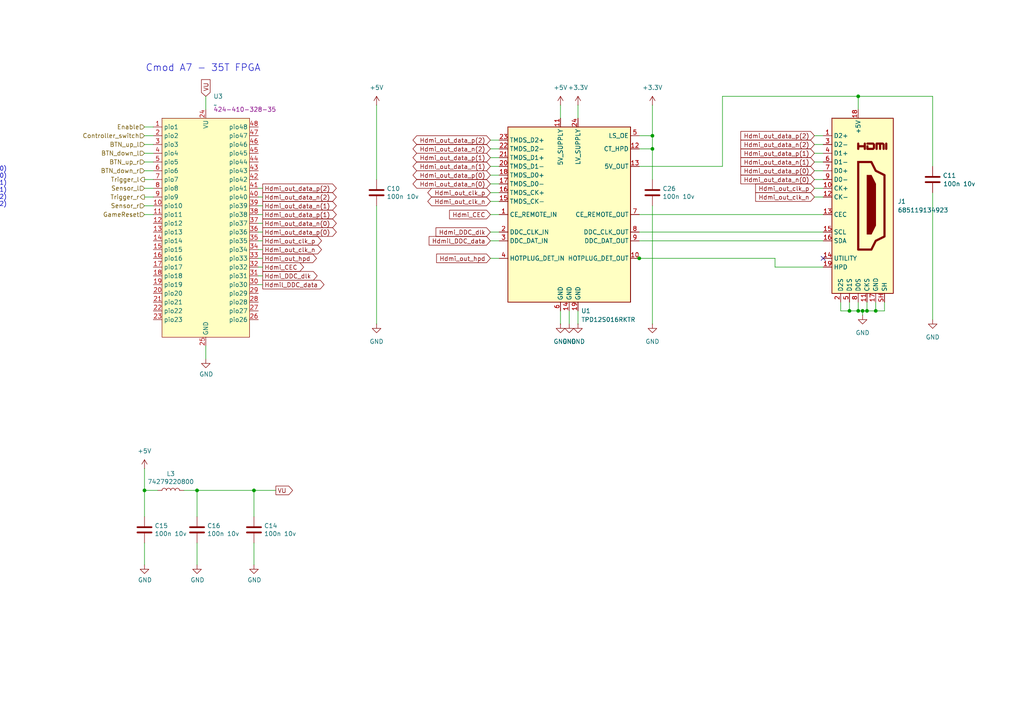
<source format=kicad_sch>
(kicad_sch (version 20231120) (generator "eeschema") (generator_version "8.0")
  (paper "A4")
  (lib_symbols
    (symbol "Connector:HDMI_A"
      (property "Reference" "J" (at -6.35 26.67 0))
      (property "Value" "HDMI_A" (at 10.16 26.67 0))
      (symbol "HDMI_A_0_0"
        (polyline (pts (xy 8.128 16.51) (xy 8.128 18.034)) (stroke (width 0.635)))
        (polyline (pts (xy 0 16.51) (xy 0 18.034) (xy 0 17.272) (xy 1.905 17.272) (xy 1.905 18.034) (xy 1.905 16.51)) (stroke (width 0.635)))
        (polyline (pts (xy 2.667 18.034) (xy 4.318 18.034) (xy 4.572 17.78) (xy 4.572 16.764) (xy 4.318 16.51) (xy 2.667 16.51) (xy 2.667 17.272)) (stroke (width 0.635)))
      )
      (symbol "HDMI_A_0_1"
        (rectangle (start -7.62 25.4) (end 10.16 -25.4) (stroke (width 0.254)) (fill (type background)))
        (polyline (pts (xy 2.54 8.89) (xy 3.81 8.89) (xy 5.08 6.35) (xy 5.08 -5.715) (xy 3.81 -8.255) (xy 2.54 -8.255) (xy 2.54 8.89)) (fill (type outline)))
        (polyline (pts (xy 5.334 16.51) (xy 5.334 18.034) (xy 6.35 18.034) (xy 6.35 16.51) (xy 6.35 18.034) (xy 7.112 18.034) (xy 7.366 17.78) (xy 7.366 16.51)) (stroke (width 0.635)))
        (polyline (pts (xy 0 12.7) (xy 0 -12.7) (xy 3.81 -12.7) (xy 5.08 -10.16) (xy 7.62 -8.89) (xy 7.62 8.89) (xy 5.08 10.16) (xy 3.81 12.7) (xy 0 12.7)) (stroke (width 0.635)))
      )
      (symbol "HDMI_A_1_1"
        (pin passive line (at -10.16 20.32 0) (length 2.54) (name "D2+") (number "1"))
        (pin passive line (at -10.16 5.08 0) (length 2.54) (name "CK+") (number "10"))
        (pin power_in line (at 2.54 -27.94 90) (length 2.54) (name "CKS") (number "11"))
        (pin passive line (at -10.16 2.54 0) (length 2.54) (name "CK-") (number "12"))
        (pin bidirectional line (at -10.16 -2.54 0) (length 2.54) (name "CEC") (number "13"))
        (pin passive line (at -10.16 -15.24 0) (length 2.54) (name "UTILITY") (number "14"))
        (pin passive line (at -10.16 -7.62 0) (length 2.54) (name "SCL") (number "15"))
        (pin bidirectional line (at -10.16 -10.16 0) (length 2.54) (name "SDA") (number "16"))
        (pin power_in line (at 5.08 -27.94 90) (length 2.54) (name "GND") (number "17"))
        (pin power_in line (at 0 27.94 270) (length 2.54) (name "+5V") (number "18"))
        (pin passive line (at -10.16 -17.78 0) (length 2.54) (name "HPD") (number "19"))
        (pin power_in line (at -5.08 -27.94 90) (length 2.54) (name "D2S") (number "2"))
        (pin passive line (at -10.16 17.78 0) (length 2.54) (name "D2-") (number "3"))
        (pin passive line (at -10.16 15.24 0) (length 2.54) (name "D1+") (number "4"))
        (pin power_in line (at -2.54 -27.94 90) (length 2.54) (name "D1S") (number "5"))
        (pin passive line (at -10.16 12.7 0) (length 2.54) (name "D1-") (number "6"))
        (pin passive line (at -10.16 10.16 0) (length 2.54) (name "D0+") (number "7"))
        (pin power_in line (at 0 -27.94 90) (length 2.54) (name "D0S") (number "8"))
        (pin passive line (at -10.16 7.62 0) (length 2.54) (name "D0-") (number "9"))
        (pin passive line (at 7.62 -27.94 90) (length 2.54) (name "SH") (number "SH"))
      )
    )
    (symbol "Device:C" (pin_numbers hide) (pin_names (offset 0.254))
      (property "Reference" "C" (at 0.635 2.54 0))
      (property "Value" "C" (at 0.635 -2.54 0))
      (symbol "C_0_1"
        (polyline (pts (xy -2.032 -0.762) (xy 2.032 -0.762)) (stroke (width 0.508)))
        (polyline (pts (xy -2.032 0.762) (xy 2.032 0.762)) (stroke (width 0.508)))
      )
      (symbol "C_1_1"
        (pin passive line (at 0 3.81 270) (length 2.794) (name "~") (number "1"))
        (pin passive line (at 0 -3.81 90) (length 2.794) (name "~") (number "2"))
      )
    )
    (symbol "Device:L" (pin_numbers hide) (pin_names (offset 1.016) hide)
      (property "Reference" "L" (at -1.27 0 90))
      (property "Value" "L" (at 1.905 0 90))
      (symbol "L_0_1"
        (arc (start 0 -2.54) (mid 0.6323 -1.905) (end 0 -1.27))
        (arc (start 0 -1.27) (mid 0.6323 -0.635) (end 0 0))
        (arc (start 0 0) (mid 0.6323 0.635) (end 0 1.27))
        (arc (start 0 1.27) (mid 0.6323 1.905) (end 0 2.54))
      )
      (symbol "L_1_1"
        (pin passive line (at 0 3.81 270) (length 1.27) (name "1") (number "1"))
        (pin passive line (at 0 -3.81 90) (length 1.27) (name "2") (number "2"))
      )
    )
    (symbol "GND_1" (power) (pin_numbers hide) (pin_names (offset 0) hide)
      (property "Value" "GND" (at 0 -3.81 0))
      (symbol "GND_1_0_1"
        (polyline (pts (xy 0 0) (xy 0 -1.27) (xy 1.27 -1.27) (xy 0 -2.54) (xy -1.27 -1.27) (xy 0 -1.27)))
      )
      (symbol "GND_1_1_1"
        (pin power_in line (at 0 0 270) (length 0) (name "~") (number "1"))
      )
    )
    (symbol "Library:CmodA7"
      (property "Reference" "U" (at 1.778 27.178 0))
      (property "Mouser" "424-410-328-35" (at 0 0 0))
      (symbol "CmodA7_1_1"
        (rectangle (start -12.7 25.4) (end 12.7 -38.1) (fill (type background)))
        (pin bidirectional line (at -15.24 22.86 0) (length 2.54) (name "pio1") (number "1"))
        (pin bidirectional line (at -15.24 0 0) (length 2.54) (name "pio10") (number "10"))
        (pin bidirectional line (at -15.24 -2.54 0) (length 2.54) (name "pio11") (number "11"))
        (pin bidirectional line (at -15.24 -5.08 0) (length 2.54) (name "pio12") (number "12"))
        (pin bidirectional line (at -15.24 -7.62 0) (length 2.54) (name "pio13") (number "13"))
        (pin bidirectional line (at -15.24 -10.16 0) (length 2.54) (name "pio14") (number "14"))
        (pin bidirectional line (at -15.24 -12.7 0) (length 2.54) (name "pio15") (number "15"))
        (pin bidirectional line (at -15.24 -15.24 0) (length 2.54) (name "pio16") (number "16"))
        (pin bidirectional line (at -15.24 -17.78 0) (length 2.54) (name "pio17") (number "17"))
        (pin bidirectional line (at -15.24 -20.32 0) (length 2.54) (name "pio18") (number "18"))
        (pin bidirectional line (at -15.24 -22.86 0) (length 2.54) (name "pio19") (number "19"))
        (pin bidirectional line (at -15.24 20.32 0) (length 2.54) (name "pio2") (number "2"))
        (pin bidirectional line (at -15.24 -25.4 0) (length 2.54) (name "pio20") (number "20"))
        (pin bidirectional line (at -15.24 -27.94 0) (length 2.54) (name "pio21") (number "21"))
        (pin bidirectional line (at -15.24 -30.48 0) (length 2.54) (name "pio22") (number "22"))
        (pin bidirectional line (at -15.24 -33.02 0) (length 2.54) (name "pio23") (number "23"))
        (pin power_in line (at 0 27.94 270) (length 2.54) (name "VU") (number "24"))
        (pin power_in line (at 0 -40.64 90) (length 2.54) (name "GND") (number "25"))
        (pin bidirectional line (at 15.24 -33.02 180) (length 2.54) (name "pio26") (number "26"))
        (pin bidirectional line (at 15.24 -30.48 180) (length 2.54) (name "pio27") (number "27"))
        (pin bidirectional line (at 15.24 -27.94 180) (length 2.54) (name "pio28") (number "28"))
        (pin bidirectional line (at 15.24 -25.4 180) (length 2.54) (name "pio29") (number "29"))
        (pin bidirectional line (at -15.24 17.78 0) (length 2.54) (name "pio3") (number "3"))
        (pin bidirectional line (at 15.24 -22.86 180) (length 2.54) (name "pio30") (number "30"))
        (pin bidirectional line (at 15.24 -20.32 180) (length 2.54) (name "pio31") (number "31"))
        (pin bidirectional line (at 15.24 -17.78 180) (length 2.54) (name "pio32") (number "32"))
        (pin bidirectional line (at 15.24 -15.24 180) (length 2.54) (name "pio33") (number "33"))
        (pin bidirectional line (at 15.24 -12.7 180) (length 2.54) (name "pio34") (number "34"))
        (pin bidirectional line (at 15.24 -10.16 180) (length 2.54) (name "pio35") (number "35"))
        (pin bidirectional line (at 15.24 -7.62 180) (length 2.54) (name "pio36") (number "36"))
        (pin bidirectional line (at 15.24 -5.08 180) (length 2.54) (name "pio37") (number "37"))
        (pin bidirectional line (at 15.24 -2.54 180) (length 2.54) (name "pio38") (number "38"))
        (pin bidirectional line (at 15.24 0 180) (length 2.54) (name "pio39") (number "39"))
        (pin bidirectional line (at -15.24 15.24 0) (length 2.54) (name "pio4") (number "4"))
        (pin bidirectional line (at 15.24 2.54 180) (length 2.54) (name "pio40") (number "40"))
        (pin bidirectional line (at 15.24 5.08 180) (length 2.54) (name "pio41") (number "41"))
        (pin bidirectional line (at 15.24 7.62 180) (length 2.54) (name "pio42") (number "42"))
        (pin bidirectional line (at 15.24 10.16 180) (length 2.54) (name "pio43") (number "43"))
        (pin bidirectional line (at 15.24 12.7 180) (length 2.54) (name "pio44") (number "44"))
        (pin bidirectional line (at 15.24 15.24 180) (length 2.54) (name "pio45") (number "45"))
        (pin bidirectional line (at 15.24 17.78 180) (length 2.54) (name "pio46") (number "46"))
        (pin bidirectional line (at 15.24 20.32 180) (length 2.54) (name "pio47") (number "47"))
        (pin bidirectional line (at 15.24 22.86 180) (length 2.54) (name "pio48") (number "48"))
        (pin bidirectional line (at -15.24 12.7 0) (length 2.54) (name "pio5") (number "5"))
        (pin bidirectional line (at -15.24 10.16 0) (length 2.54) (name "pio6") (number "6"))
        (pin bidirectional line (at -15.24 7.62 0) (length 2.54) (name "pio7") (number "7"))
        (pin bidirectional line (at -15.24 5.08 0) (length 2.54) (name "pio8") (number "8"))
        (pin bidirectional line (at -15.24 2.54 0) (length 2.54) (name "pio9") (number "9"))
      )
    )
    (symbol "MyLib:TPD12S016"
      (property "Reference" "U" (at 7.62 31.496 0))
      (property "Value" "TPD12S016RKTR " (at 7.62 31.496 0))
      (symbol "TPD12S016_0_1"
        (rectangle (start -16.51 24.13) (end 19.05 -26.67) (stroke (width 0.254)) (fill (type background)))
      )
      (symbol "TPD12S016_1_1"
        (pin bidirectional line (at -19.05 -1.27 0) (length 2.54) (name "CE_REMOTE_IN") (number "1"))
        (pin bidirectional line (at 21.59 -13.97 180) (length 2.54) (name "HOTPLUG_DET_OUT") (number "10"))
        (pin power_in line (at -1.27 26.67 270) (length 2.54) (name "5V_SUPPLY") (number "11"))
        (pin passive line (at 21.59 17.78 180) (length 2.54) (name "CT_HPD") (number "12"))
        (pin power_in line (at 21.59 12.7 180) (length 2.54) (name "5V_OUT") (number "13"))
        (pin passive line (at 1.27 -29.21 90) (length 2.54) (name "GND") (number "14"))
        (pin passive line (at -19.05 2.54 0) (length 2.54) (name "TMDS_CK-") (number "15"))
        (pin passive line (at -19.05 5.08 0) (length 2.54) (name "TMDS_CK+") (number "16"))
        (pin passive line (at -19.05 7.62 0) (length 2.54) (name "TMDS_D0-") (number "17"))
        (pin passive line (at -19.05 10.16 0) (length 2.54) (name "TMDS_D0+") (number "18"))
        (pin passive line (at 3.81 -29.21 90) (length 2.54) (name "GND") (number "19"))
        (pin bidirectional line (at -19.05 -6.35 0) (length 2.54) (name "DDC_CLK_IN") (number "2"))
        (pin passive line (at -19.05 12.7 0) (length 2.54) (name "TMDS_D1-") (number "20"))
        (pin passive line (at -19.05 15.24 0) (length 2.54) (name "TMDS_D1+") (number "21"))
        (pin passive line (at -19.05 17.78 0) (length 2.54) (name "TMDS_D2-") (number "22"))
        (pin passive line (at -19.05 20.32 0) (length 2.54) (name "TMDS_D2+") (number "23"))
        (pin power_in line (at 3.81 26.67 270) (length 2.54) (name "LV_SUPPLY") (number "24"))
        (pin bidirectional line (at -19.05 -8.89 0) (length 2.54) (name "DDC_DAT_IN") (number "3"))
        (pin bidirectional line (at -19.05 -13.97 0) (length 2.54) (name "HOTPLUG_DET_IN") (number "4"))
        (pin passive line (at 21.59 21.59 180) (length 2.54) (name "LS_OE") (number "5"))
        (pin passive line (at -1.27 -29.21 90) (length 2.54) (name "GND") (number "6"))
        (pin bidirectional line (at 21.59 -1.27 180) (length 2.54) (name "CE_REMOTE_OUT") (number "7"))
        (pin bidirectional line (at 21.59 -6.35 180) (length 2.54) (name "DDC_CLK_OUT") (number "8"))
        (pin bidirectional line (at 21.59 -8.89 180) (length 2.54) (name "DDC_DAT_OUT") (number "9"))
      )
    )
    (symbol "power:+3.3V" (power) (pin_numbers hide) (pin_names (offset 0) hide)
      (property "Value" "+3.3V" (at 0 3.556 0))
      (symbol "+3.3V_0_1"
        (polyline (pts (xy -0.762 1.27) (xy 0 2.54)))
        (polyline (pts (xy 0 0) (xy 0 2.54)))
        (polyline (pts (xy 0 2.54) (xy 0.762 1.27)))
      )
      (symbol "+3.3V_1_1"
        (pin power_in line (at 0 0 90) (length 0) (name "~") (number "1"))
      )
    )
    (symbol "power:+5V" (power) (pin_numbers hide) (pin_names (offset 0) hide)
      (property "Value" "+5V" (at 0 3.556 0))
      (symbol "+5V_0_1"
        (polyline (pts (xy -0.762 1.27) (xy 0 2.54)))
        (polyline (pts (xy 0 0) (xy 0 2.54)))
        (polyline (pts (xy 0 2.54) (xy 0.762 1.27)))
      )
      (symbol "+5V_1_1"
        (pin power_in line (at 0 0 90) (length 0) (name "~") (number "1"))
      )
    )
    (symbol "power:GND" (power) (pin_names (offset 0))
      (property "Value" "GND" (at 0 -3.81 0))
      (symbol "GND_0_1"
        (polyline (pts (xy 0 0) (xy 0 -1.27) (xy 1.27 -1.27) (xy 0 -2.54) (xy -1.27 -1.27) (xy 0 -1.27)))
      )
      (symbol "GND_1_1"
        (pin power_in line (at 0 0 270) (length 0) hide (name "GND") (number "1"))
      )
    )
  )
  (junction (at 73.66 142.24))
  (junction (at 189.23 43.18))
  (junction (at 254 90.17))
  (junction (at 246.38 90.17))
  (junction (at 248.92 90.17))
  (junction (at 248.92 27.94))
  (junction (at 185.42 74.93))
  (junction (at 57.15 142.24))
  (junction (at 251.46 90.17))
  (junction (at 189.23 39.37))
  (junction (at 41.91 142.24))
  (junction (at 250.19 90.17))
  (no_connect (at 238.76 74.93))
  (wire (pts (xy 256.54 90.17) (xy 256.54 87.63)))
  (wire (pts (xy 254 90.17) (xy 256.54 90.17)))
  (wire (pts (xy 57.15 142.24) (xy 57.15 149.86)))
  (wire (pts (xy 142.24 43.18) (xy 144.78 43.18)))
  (wire (pts (xy 41.91 135.89) (xy 41.91 142.24)))
  (wire (pts (xy 165.1 90.17) (xy 165.1 93.98)))
  (wire (pts (xy 189.23 43.18) (xy 189.23 52.07)))
  (wire (pts (xy 236.22 41.91) (xy 238.76 41.91)))
  (wire (pts (xy 185.42 48.26) (xy 209.55 48.26)))
  (wire (pts (xy 73.66 163.83) (xy 73.66 157.48)))
  (wire (pts (xy 73.66 142.24) (xy 80.01 142.24)))
  (wire (pts (xy 243.84 87.63) (xy 243.84 90.17)))
  (wire (pts (xy 209.55 27.94) (xy 248.92 27.94)))
  (wire (pts (xy 59.69 27.94) (xy 59.69 31.75)))
  (wire (pts (xy 185.42 74.93) (xy 224.79 74.93)))
  (wire (pts (xy 248.92 27.94) (xy 248.92 31.75)))
  (wire (pts (xy 41.91 54.61) (xy 44.45 54.61)))
  (wire (pts (xy 142.24 58.42) (xy 144.78 58.42)))
  (wire (pts (xy 142.24 74.93) (xy 144.78 74.93)))
  (wire (pts (xy 236.22 46.99) (xy 238.76 46.99)))
  (wire (pts (xy 74.93 82.55) (xy 76.2 82.55)))
  (wire (pts (xy 41.91 49.53) (xy 44.45 49.53)))
  (wire (pts (xy 236.22 49.53) (xy 238.76 49.53)))
  (wire (pts (xy 76.2 62.23) (xy 74.93 62.23)))
  (wire (pts (xy 167.64 90.17) (xy 167.64 93.98)))
  (wire (pts (xy 76.2 74.93) (xy 74.93 74.93)))
  (wire (pts (xy 57.15 142.24) (xy 53.34 142.24)))
  (wire (pts (xy 246.38 90.17) (xy 248.92 90.17)))
  (wire (pts (xy 224.79 74.93) (xy 224.79 77.47)))
  (wire (pts (xy 41.91 142.24) (xy 45.72 142.24)))
  (wire (pts (xy 73.66 142.24) (xy 73.66 149.86)))
  (wire (pts (xy 142.24 50.8) (xy 144.78 50.8)))
  (wire (pts (xy 142.24 40.64) (xy 144.78 40.64)))
  (wire (pts (xy 142.24 69.85) (xy 144.78 69.85)))
  (wire (pts (xy 236.22 52.07) (xy 238.76 52.07)))
  (wire (pts (xy 236.22 44.45) (xy 238.76 44.45)))
  (wire (pts (xy 184.15 74.93) (xy 185.42 74.93)))
  (wire (pts (xy 248.92 27.94) (xy 270.51 27.94)))
  (wire (pts (xy 76.2 57.15) (xy 74.93 57.15)))
  (wire (pts (xy 209.55 48.26) (xy 209.55 27.94)))
  (wire (pts (xy 76.2 72.39) (xy 74.93 72.39)))
  (wire (pts (xy 251.46 87.63) (xy 251.46 90.17)))
  (wire (pts (xy 246.38 87.63) (xy 246.38 90.17)))
  (wire (pts (xy 162.56 30.48) (xy 162.56 34.29)))
  (wire (pts (xy 142.24 45.72) (xy 144.78 45.72)))
  (wire (pts (xy 142.24 53.34) (xy 144.78 53.34)))
  (wire (pts (xy 270.51 55.88) (xy 270.51 92.71)))
  (wire (pts (xy 189.23 59.69) (xy 189.23 93.98)))
  (wire (pts (xy 185.42 43.18) (xy 189.23 43.18)))
  (wire (pts (xy 109.22 59.69) (xy 109.22 93.98)))
  (wire (pts (xy 185.42 67.31) (xy 238.76 67.31)))
  (wire (pts (xy 57.15 142.24) (xy 73.66 142.24)))
  (wire (pts (xy 251.46 90.17) (xy 254 90.17)))
  (wire (pts (xy 41.91 59.69) (xy 44.45 59.69)))
  (wire (pts (xy 41.91 46.99) (xy 44.45 46.99)))
  (wire (pts (xy 41.91 41.91) (xy 44.45 41.91)))
  (wire (pts (xy 254 87.63) (xy 254 90.17)))
  (wire (pts (xy 41.91 36.83) (xy 44.45 36.83)))
  (wire (pts (xy 76.2 69.85) (xy 74.93 69.85)))
  (wire (pts (xy 76.2 67.31) (xy 74.93 67.31)))
  (wire (pts (xy 76.2 59.69) (xy 74.93 59.69)))
  (wire (pts (xy 248.92 87.63) (xy 248.92 90.17)))
  (wire (pts (xy 41.91 44.45) (xy 44.45 44.45)))
  (wire (pts (xy 41.91 57.15) (xy 44.45 57.15)))
  (wire (pts (xy 142.24 62.23) (xy 144.78 62.23)))
  (wire (pts (xy 185.42 39.37) (xy 189.23 39.37)))
  (wire (pts (xy 76.2 54.61) (xy 74.93 54.61)))
  (wire (pts (xy 243.84 90.17) (xy 246.38 90.17)))
  (wire (pts (xy 59.69 100.33) (xy 59.69 104.14)))
  (wire (pts (xy 41.91 39.37) (xy 44.45 39.37)))
  (wire (pts (xy 41.91 62.23) (xy 44.45 62.23)))
  (wire (pts (xy 142.24 48.26) (xy 144.78 48.26)))
  (wire (pts (xy 109.22 30.48) (xy 109.22 52.07)))
  (wire (pts (xy 224.79 77.47) (xy 238.76 77.47)))
  (wire (pts (xy 189.23 30.48) (xy 189.23 39.37)))
  (wire (pts (xy 142.24 55.88) (xy 144.78 55.88)))
  (wire (pts (xy 41.91 163.83) (xy 41.91 157.48)))
  (wire (pts (xy 41.91 52.07) (xy 44.45 52.07)))
  (wire (pts (xy 238.76 62.23) (xy 185.42 62.23)))
  (wire (pts (xy 270.51 27.94) (xy 270.51 48.26)))
  (wire (pts (xy 238.76 69.85) (xy 185.42 69.85)))
  (wire (pts (xy 162.56 90.17) (xy 162.56 93.98)))
  (wire (pts (xy 189.23 39.37) (xy 189.23 43.18)))
  (wire (pts (xy 236.22 57.15) (xy 238.76 57.15)))
  (wire (pts (xy 250.19 90.17) (xy 251.46 90.17)))
  (wire (pts (xy 57.15 163.83) (xy 57.15 157.48)))
  (wire (pts (xy 142.24 67.31) (xy 144.78 67.31)))
  (wire (pts (xy 74.93 80.01) (xy 76.2 80.01)))
  (wire (pts (xy 236.22 54.61) (xy 238.76 54.61)))
  (wire (pts (xy 167.64 30.48) (xy 167.64 34.29)))
  (wire (pts (xy 76.2 64.77) (xy 74.93 64.77)))
  (wire (pts (xy 41.91 142.24) (xy 41.91 149.86)))
  (wire (pts (xy 248.92 90.17) (xy 250.19 90.17)))
  (wire (pts (xy 250.19 90.17) (xy 250.19 91.44)))
  (wire (pts (xy 74.93 77.47) (xy 76.2 77.47)))
  (wire (pts (xy 236.22 39.37) (xy 238.76 39.37)))
  (text "pio01 enable\npio02 controller_switch\npio03 btn_up_l\npio04 BTN_down_l\npio05 BTN_up_r\npio06 BTN_down_r\npio07 Trigger_l\npio08 Sensor_l\npio09 Trigger_r\npio10 Sensor_r\n\npio33 Hdmi_out_hpd[0]\npio34 Hdmi_out_clk_n\npio35 Hdmi_out_clk_p\npio36 Hdmi_out_data_p(0)\npio37 Hdmi_out_data_n(0)\npio38 Hdmi_out_data_p(1)\npio39 Hdmi_out_data_n(1)\npio40 Hdmi_out_data_n(2)\npio41 Hdmi_out_data_p(2)" (at -23.368 39.878 0) (effects (font (size 1.27 1.27)) (justify left)))
  (text "Cmod A7 - 35T FPGA" (at 58.928 19.812 0) (effects (font (size 2 2))))
  (global_label "Hdmi_out_data_n(0)" (shape bidirectional) (at 142.24 53.34 180) (property "Intersheetrefs" "${INTERSHEET_REFS}" (effects (hide yes))))
  (global_label "Hdmi_out_data_p(1)" (shape input) (at 236.22 44.45 180) (property "Intersheetrefs" "${INTERSHEET_REFS}" (effects (hide yes))))
  (global_label "Hdmi_out_data_n(0)" (shape output) (at 76.2 64.77 0) (property "Intersheetrefs" "${INTERSHEET_REFS}" (effects (hide yes))))
  (global_label "Hdmi_CEC" (shape input) (at 142.24 62.23 180) (property "Intersheetrefs" "${INTERSHEET_REFS}" (effects (hide yes))))
  (global_label "Hdmi_out_clk_p" (shape output) (at 76.2 69.85 0) (property "Intersheetrefs" "${INTERSHEET_REFS}" (effects (hide yes))))
  (global_label "Hdmi_out_data_p(2)" (shape bidirectional) (at 142.24 40.64 180) (property "Intersheetrefs" "${INTERSHEET_REFS}" (effects (hide yes))))
  (global_label "Hdmi_CEC" (shape output) (at 76.2 77.47 0) (property "Intersheetrefs" "${INTERSHEET_REFS}" (effects (hide yes))))
  (global_label "Hdmi_DDC_dlk" (shape output) (at 76.2 80.01 0) (property "Intersheetrefs" "${INTERSHEET_REFS}" (effects (hide yes))))
  (global_label "Hdmi_out_data_p(0)" (shape bidirectional) (at 142.24 50.8 180) (property "Intersheetrefs" "${INTERSHEET_REFS}" (effects (hide yes))))
  (global_label "VU" (shape output) (at 80.01 142.24 0) (property "Intersheetrefs" "${INTERSHEET_REFS}" (effects (hide yes))))
  (global_label "Hdmi_out_clk_p" (shape input) (at 236.22 54.61 180) (property "Intersheetrefs" "${INTERSHEET_REFS}" (effects (hide yes))))
  (global_label "Hdmi_out_data_n(2)" (shape bidirectional) (at 142.24 43.18 180) (property "Intersheetrefs" "${INTERSHEET_REFS}" (effects (hide yes))))
  (global_label "Hdmi_out_data_n(0)" (shape input) (at 236.22 52.07 180) (property "Intersheetrefs" "${INTERSHEET_REFS}" (effects (hide yes))))
  (global_label "Hdmi_out_data_p(1)" (shape bidirectional) (at 142.24 45.72 180) (property "Intersheetrefs" "${INTERSHEET_REFS}" (effects (hide yes))))
  (global_label "Hdmi_out_data_n(2)" (shape input) (at 236.22 41.91 180) (property "Intersheetrefs" "${INTERSHEET_REFS}" (effects (hide yes))))
  (global_label "Hdmi_out_clk_n" (shape input) (at 236.22 57.15 180) (property "Intersheetrefs" "${INTERSHEET_REFS}" (effects (hide yes))))
  (global_label "VU" (shape input) (at 59.69 27.94 90) (property "Intersheetrefs" "${INTERSHEET_REFS}" (effects (hide yes))))
  (global_label "Hdmi_out_clk_n" (shape output) (at 76.2 72.39 0) (property "Intersheetrefs" "${INTERSHEET_REFS}" (effects (hide yes))))
  (global_label "Hdmi_out_data_p(1)" (shape output) (at 76.2 62.23 0) (property "Intersheetrefs" "${INTERSHEET_REFS}" (effects (hide yes))))
  (global_label "Hdmi_out_data_p(0)" (shape input) (at 236.22 49.53 180) (property "Intersheetrefs" "${INTERSHEET_REFS}" (effects (hide yes))))
  (global_label "Hdmi_out_clk_n" (shape bidirectional) (at 142.24 58.42 180) (property "Intersheetrefs" "${INTERSHEET_REFS}" (effects (hide yes))))
  (global_label "Hdmi_out_data_n(1)" (shape bidirectional) (at 142.24 48.26 180) (property "Intersheetrefs" "${INTERSHEET_REFS}" (effects (hide yes))))
  (global_label "Hdmi_out_hpd" (shape input) (at 142.24 74.93 180) (property "Intersheetrefs" "${INTERSHEET_REFS}" (effects (hide yes))))
  (global_label "Hdmi_out_data_n(1)" (shape output) (at 76.2 59.69 0) (property "Intersheetrefs" "${INTERSHEET_REFS}" (effects (hide yes))))
  (global_label "Hdmi_out_data_n(1)" (shape input) (at 236.22 46.99 180) (property "Intersheetrefs" "${INTERSHEET_REFS}" (effects (hide yes))))
  (global_label "Hdmi_out_data_p(2)" (shape output) (at 76.2 54.61 0) (property "Intersheetrefs" "${INTERSHEET_REFS}" (effects (hide yes))))
  (global_label "Hdmi_DDC_dlk" (shape input) (at 142.24 67.31 180) (property "Intersheetrefs" "${INTERSHEET_REFS}" (effects (hide yes))))
  (global_label "Hdmi_out_clk_p" (shape bidirectional) (at 142.24 55.88 180) (property "Intersheetrefs" "${INTERSHEET_REFS}" (effects (hide yes))))
  (global_label "Hdmi_out_data_p(2)" (shape input) (at 236.22 39.37 180) (property "Intersheetrefs" "${INTERSHEET_REFS}" (effects (hide yes))))
  (global_label "Hdmi_out_data_n(2)" (shape output) (at 76.2 57.15 0) (property "Intersheetrefs" "${INTERSHEET_REFS}" (effects (hide yes))))
  (global_label "Hdmi_out_hpd" (shape output) (at 76.2 74.93 0) (property "Intersheetrefs" "${INTERSHEET_REFS}" (effects (hide yes))))
  (global_label "Hdmil_DDC_data" (shape input) (at 142.24 69.85 180) (property "Intersheetrefs" "${INTERSHEET_REFS}" (effects (hide yes))))
  (global_label "Hdmi_out_data_p(0)" (shape output) (at 76.2 67.31 0) (property "Intersheetrefs" "${INTERSHEET_REFS}" (effects (hide yes))))
  (global_label "Hdmil_DDC_data" (shape output) (at 76.2 82.55 0) (property "Intersheetrefs" "${INTERSHEET_REFS}" (effects (hide yes))))
  (hierarchical_label "BTN_down_r" (shape input) (at 41.91 49.53 180))
  (hierarchical_label "BTN_down_l" (shape input) (at 41.91 44.45 180))
  (hierarchical_label "Trigger_l" (shape output) (at 41.91 52.07 180))
  (hierarchical_label "BTN_up_l" (shape input) (at 41.91 41.91 180))
  (hierarchical_label "BTN_up_r" (shape input) (at 41.91 46.99 180))
  (hierarchical_label "Trigger_r" (shape output) (at 41.91 57.15 180))
  (hierarchical_label "Sensor_r" (shape input) (at 41.91 59.69 180))
  (hierarchical_label "Sensor_l" (shape input) (at 41.91 54.61 180))
  (hierarchical_label "Controller_switch" (shape input) (at 41.91 39.37 180))
  (hierarchical_label "Enable" (shape input) (at 41.91 36.83 180))
  (hierarchical_label "GameReset" (shape input) (at 41.91 62.23 180))
  (symbol (lib_id "Device:C") (at 57.15 153.67 0) (unit 1)
    (property "Reference" "C16" (at 60.071 152.5016 0) (effects (justify left)))
    (property "Value" "100n 10v" (at 60.071 154.813 0) (effects (justify left)))
    (property "Footprint" "Capacitor_SMD:C_0402_1005Metric_Pad0.74x0.62mm_HandSolder" (effects (hide yes)))
    (property "Mouser" "LMF105B7103MVHF" (effects (hide yes)))
  )
  (symbol (lib_id "Device:C") (at 41.91 153.67 0) (unit 1)
    (property "Reference" "C15" (at 44.831 152.5016 0) (effects (justify left)))
    (property "Value" "100n 10v" (at 44.831 154.813 0) (effects (justify left)))
    (property "Footprint" "Capacitor_SMD:C_0402_1005Metric_Pad0.74x0.62mm_HandSolder" (effects (hide yes)))
    (property "Mouser" "LMF105B7103MVHF" (effects (hide yes)))
  )
  (symbol (lib_name "GND_1") (lib_id "power:GND") (at 189.23 93.98 0) (unit 1)
    (property "Reference" "#PWR090" (effects (hide yes)))
    (property "Value" "GND" (at 189.23 99.06 0))
    (property "Description" "Power symbol creates a global label with name \"GND\" , ground" (effects (hide yes)))
  )
  (symbol (lib_id "power:GND") (at 59.69 104.14 0) (unit 1)
    (property "Reference" "#PWR029" (effects (hide yes)))
    (property "Value" "GND" (at 59.817 108.5342 0))
  )
  (symbol (lib_id "MyLib:TPD12S016") (at 163.83 60.96 0) (unit 1)
    (property "Reference" "U1" (at 168.5641 90.17 0) (effects (justify left)))
    (property "Value" "TPD12S016RKTR " (at 168.5641 92.71 0) (effects (justify left)))
    (property "Footprint" "Package_SO:TSSOP-24_4.4x7.8mm_P0.65mm" (effects (hide yes)))
    (property "Description" "Interface - signaalbuffers, repeaters Value-Line HDMI Companion Chip " (effects (hide yes)))
  )
  (symbol (lib_id "Device:L") (at 49.53 142.24 90) (unit 1)
    (property "Reference" "L3" (at 49.53 137.414 90))
    (property "Value" "74279220800" (at 49.53 139.7254 90))
    (property "Footprint" "Inductor_SMD:L_0805_2012Metric_Pad1.15x1.40mm_HandSolder" (effects (hide yes)))
    (property "Mouser" "74279220800" (effects (hide yes)))
  )
  (symbol (lib_id "power:GND") (at 41.91 163.83 0) (unit 1)
    (property "Reference" "#PWR032" (effects (hide yes)))
    (property "Value" "GND" (at 42.037 168.2242 0))
  )
  (symbol (lib_id "power:+5V") (at 41.91 135.89 0) (unit 1)
    (property "Reference" "#PWR030" (effects (hide yes)))
    (property "Value" "+5V" (at 41.91 130.81 0))
    (property "Description" "Power symbol creates a global label with name \"+5V\"" (effects (hide yes)))
  )
  (symbol (lib_name "GND_1") (lib_id "power:GND") (at 250.19 91.44 0) (unit 1)
    (property "Reference" "#PWR025" (effects (hide yes)))
    (property "Value" "GND" (at 250.19 96.52 0))
    (property "Description" "Power symbol creates a global label with name \"GND\" , ground" (effects (hide yes)))
  )
  (symbol (lib_id "power:GND") (at 57.15 163.83 0) (unit 1)
    (property "Reference" "#PWR033" (effects (hide yes)))
    (property "Value" "GND" (at 57.277 168.2242 0))
  )
  (symbol (lib_id "power:GND") (at 73.66 163.83 0) (unit 1)
    (property "Reference" "#PWR031" (effects (hide yes)))
    (property "Value" "GND" (at 73.787 168.2242 0))
  )
  (symbol (lib_id "power:+3.3V") (at 189.23 30.48 0) (unit 1)
    (property "Reference" "#PWR024" (effects (hide yes)))
    (property "Value" "+3.3V" (at 189.23 25.4 0))
    (property "Description" "Power symbol creates a global label with name \"+3.3V\"" (effects (hide yes)))
  )
  (symbol (lib_id "power:+3.3V") (at 167.64 30.48 0) (unit 1)
    (property "Reference" "#PWR018" (effects (hide yes)))
    (property "Value" "+3.3V" (at 167.64 25.4 0))
    (property "Description" "Power symbol creates a global label with name \"+3.3V\"" (effects (hide yes)))
  )
  (symbol (lib_id "Device:C") (at 189.23 55.88 0) (unit 1)
    (property "Reference" "C26" (at 192.151 54.7116 0) (effects (justify left)))
    (property "Value" "100n 10v" (at 192.151 57.023 0) (effects (justify left)))
    (property "Footprint" "Capacitor_SMD:C_0402_1005Metric_Pad0.74x0.62mm_HandSolder" (effects (hide yes)))
    (property "Mouser" "LMF105B7103MVHF" (effects (hide yes)))
  )
  (symbol (lib_name "GND_1") (lib_id "power:GND") (at 270.51 92.71 0) (unit 1)
    (property "Reference" "#PWR021" (effects (hide yes)))
    (property "Value" "GND" (at 270.51 97.79 0))
    (property "Description" "Power symbol creates a global label with name \"GND\" , ground" (effects (hide yes)))
  )
  (symbol (lib_name "GND_1") (lib_id "power:GND") (at 162.56 93.98 0) (unit 1)
    (property "Reference" "#PWR089" (effects (hide yes)))
    (property "Value" "GND" (at 162.56 99.06 0))
    (property "Description" "Power symbol creates a global label with name \"GND\" , ground" (effects (hide yes)))
  )
  (symbol (lib_name "GND_1") (lib_id "power:GND") (at 167.64 93.98 0) (unit 1)
    (property "Reference" "#PWR017" (effects (hide yes)))
    (property "Value" "GND" (at 167.64 99.06 0))
    (property "Description" "Power symbol creates a global label with name \"GND\" , ground" (effects (hide yes)))
  )
  (symbol (lib_id "Device:C") (at 109.22 55.88 0) (unit 1)
    (property "Reference" "C10" (at 112.141 54.7116 0) (effects (justify left)))
    (property "Value" "100n 10v" (at 112.141 57.023 0) (effects (justify left)))
    (property "Footprint" "Capacitor_SMD:C_0402_1005Metric_Pad0.74x0.62mm_HandSolder" (effects (hide yes)))
    (property "Mouser" "LMF105B7103MVHF" (effects (hide yes)))
  )
  (symbol (lib_id "power:+5V") (at 162.56 30.48 0) (unit 1)
    (property "Reference" "#PWR015" (effects (hide yes)))
    (property "Value" "+5V" (at 162.56 25.4 0))
    (property "Description" "Power symbol creates a global label with name \"+5V\"" (effects (hide yes)))
  )
  (symbol (lib_id "Connector:HDMI_A") (at 248.92 59.69 0) (unit 1)
    (property "Reference" "J1" (at 260.35 58.4199 0) (effects (justify left)))
    (property "Value" "685119134923 " (at 260.35 60.9599 0) (effects (justify left)))
    (property "Footprint" "MyLib:685119134923" (effects (hide yes)))
    (property "Datasheet" "https://en.wikipedia.org/wiki/HDMI" (effects (hide yes)))
    (property "Description" "HDMI connector" (effects (hide yes)))
  )
  (symbol (lib_name "GND_1") (lib_id "power:GND") (at 165.1 93.98 0) (unit 1)
    (property "Reference" "#PWR016" (effects (hide yes)))
    (property "Value" "GND" (at 165.1 99.06 0))
    (property "Description" "Power symbol creates a global label with name \"GND\" , ground" (effects (hide yes)))
  )
  (symbol (lib_name "GND_1") (lib_id "power:GND") (at 109.22 93.98 0) (unit 1)
    (property "Reference" "#PWR020" (effects (hide yes)))
    (property "Value" "GND" (at 109.22 99.06 0))
    (property "Description" "Power symbol creates a global label with name \"GND\" , ground" (effects (hide yes)))
  )
  (symbol (lib_id "power:+5V") (at 109.22 30.48 0) (unit 1)
    (property "Reference" "#PWR019" (effects (hide yes)))
    (property "Value" "+5V" (at 109.22 25.4 0))
    (property "Description" "Power symbol creates a global label with name \"+5V\"" (effects (hide yes)))
  )
  (symbol (lib_id "Library:CmodA7") (at 59.69 59.69 0) (unit 1)
    (property "Reference" "U3" (at 61.8841 27.94 0) (effects (justify left)))
    (property "Value" "~" (at 61.8841 30.48 0) (effects (justify left)))
    (property "Footprint" "Library:CmodA7" (effects (hide yes)))
    (property "Datasheet" "https://nl.mouser.com/datasheet/2/690/cmod_a7_rm-964565.pdf" (effects (hide yes)))
    (property "Description" "Programmeerbare Logic IC-ontwikkelingstools Cmod A7-35T 410-328-35 " (effects (hide yes)))
    (property "Mouser" "424-410-328-35" (at 61.8841 31.75 0) (effects (justify left)))
  )
  (symbol (lib_id "Device:C") (at 73.66 153.67 0) (unit 1)
    (property "Reference" "C14" (at 76.581 152.5016 0) (effects (justify left)))
    (property "Value" "100n 10v" (at 76.581 154.813 0) (effects (justify left)))
    (property "Footprint" "Capacitor_SMD:C_0402_1005Metric_Pad0.74x0.62mm_HandSolder" (effects (hide yes)))
    (property "Mouser" "LMF105B7103MVHF" (effects (hide yes)))
  )
  (symbol (lib_id "Device:C") (at 270.51 52.07 0) (unit 1)
    (property "Reference" "C11" (at 273.431 50.9016 0) (effects (justify left)))
    (property "Value" "100n 10v" (at 273.558 53.34 0) (effects (justify left)))
    (property "Footprint" "Capacitor_SMD:C_0402_1005Metric_Pad0.74x0.62mm_HandSolder" (effects (hide yes)))
    (property "Mouser" "LMF105B7103MVHF" (effects (hide yes)))
  )
)
</source>
